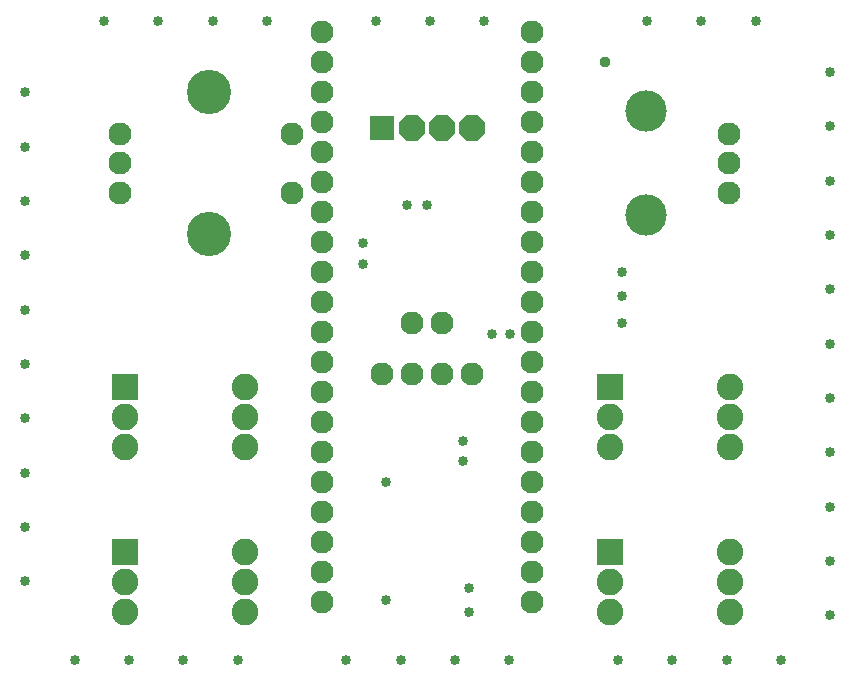
<source format=gbr>
G04 GENERATED BY PULSONIX 12.5 GERBER.DLL 9449*
G04 #@! TF.GenerationSoftware,Pulsonix,Pulsonix,12.5.9449*
G04 #@! TF.CreationDate,2025-01-20T21:22:03--1:00*
G04 #@! TF.Part,Single*
%FSLAX35Y35*%
%LPD*%
%MOMM*%
G04 #@! TF.FileFunction,Soldermask,Bot*
G04 #@! TF.FilePolarity,Negative*
G04 #@! TA.AperFunction,ViaPad*
%ADD76C,0.85400*%
%ADD77C,0.95400*%
G04 #@! TA.AperFunction,ComponentPad*
%ADD78C,1.95400*%
%ADD79C,3.75400*%
%ADD80R,2.15900X2.15900*%
%AMT81*0 Octagon pad*4,1,8,0.44714,1.07950,-0.44714,1.07950,-1.07950,0.44714,-1.07950,-0.44714,-0.44714,-1.07950,0.44714,-1.07950,1.07950,-0.44714,1.07950,0.44714,0.44714,1.07950,0*%
%ADD81T81*%
%ADD82R,2.25400X2.25400*%
%ADD83C,2.25400*%
%ADD84C,3.50400*%
G04 #@! TD.AperFunction*
X0Y0D02*
D02*
D76*
X545800Y1085000D03*
Y1545000D03*
Y2005000D03*
Y2465000D03*
Y2925000D03*
Y3385000D03*
Y3845000D03*
Y4305000D03*
Y4765000D03*
Y5225000D03*
X962008Y420800D03*
X1210000Y5829200D03*
X1422008Y420800D03*
X1670000Y5829200D03*
X1882008Y420800D03*
X2130000Y5829200D03*
X2342008Y420800D03*
X2590000Y5829200D03*
X3262008Y420800D03*
X3400000Y3775000D03*
Y3950000D03*
X3510000Y5829200D03*
X3600000Y925000D03*
Y1925000D03*
X3722008Y420800D03*
X3775000Y4275000D03*
X3950000D03*
X3970000Y5829200D03*
X4182008Y420800D03*
X4250000Y2100000D03*
Y2275000D03*
X4300000Y825000D03*
Y1025000D03*
X4430000Y5829200D03*
X4500000Y3175000D03*
X4642008Y420800D03*
X4650000Y3175000D03*
X5562008Y420800D03*
X5600000Y3275000D03*
Y3500000D03*
Y3700000D03*
X5810000Y5829200D03*
X6022008Y420800D03*
X6270000Y5829200D03*
X6482008Y420800D03*
X6730000Y5829200D03*
X6942008Y420800D03*
X7354200Y795558D03*
Y1255558D03*
Y1715558D03*
Y2175558D03*
Y2635558D03*
Y3095558D03*
Y3555558D03*
Y4015558D03*
Y4475558D03*
Y4935558D03*
Y5395558D03*
D02*
D77*
X5450000Y5484000D03*
D02*
D78*
X1350000Y4375000D03*
Y4625000D03*
Y4875000D03*
X2800000Y4375000D03*
Y4875000D03*
X3061000Y912000D03*
Y1166000D03*
Y1420000D03*
Y1674000D03*
Y1928000D03*
Y2182000D03*
Y2436000D03*
Y2690000D03*
Y2944000D03*
Y3198000D03*
Y3452000D03*
Y3706000D03*
Y3960000D03*
Y4214000D03*
Y4468000D03*
Y4722000D03*
Y4976000D03*
Y5230000D03*
Y5484000D03*
Y5738000D03*
X3569000Y2841500D03*
X3823000D03*
Y3275000D03*
X4077000Y2841500D03*
Y3275000D03*
X4331000Y2841500D03*
X4839000Y912000D03*
Y1166000D03*
Y1420000D03*
Y1674000D03*
Y1928000D03*
Y2182000D03*
Y2436000D03*
Y2690000D03*
Y2944000D03*
Y3198000D03*
Y3452000D03*
Y3706000D03*
Y3960000D03*
Y4214000D03*
Y4468000D03*
Y4722000D03*
Y4976000D03*
Y5230000D03*
Y5484000D03*
Y5738000D03*
X6500000Y4375000D03*
Y4625000D03*
Y4875000D03*
D02*
D79*
X2100000Y4025000D03*
Y5225000D03*
D02*
D80*
X3569000Y4925000D03*
D02*
D81*
X3823000D03*
X4077000D03*
X4331000D03*
D02*
D82*
X1392000Y1329000D03*
Y2729000D03*
X5492000Y1329000D03*
Y2729000D03*
D02*
D83*
X1392000Y821000D03*
Y1075000D03*
Y2221000D03*
Y2475000D03*
X2408000Y821000D03*
Y1075000D03*
Y1329000D03*
Y2221000D03*
Y2475000D03*
Y2729000D03*
X5492000Y821000D03*
Y1075000D03*
Y2221000D03*
Y2475000D03*
X6508000Y821000D03*
Y1075000D03*
Y1329000D03*
Y2221000D03*
Y2475000D03*
Y2729000D03*
D02*
D84*
X5800000Y4185000D03*
Y5065000D03*
X0Y0D02*
M02*

</source>
